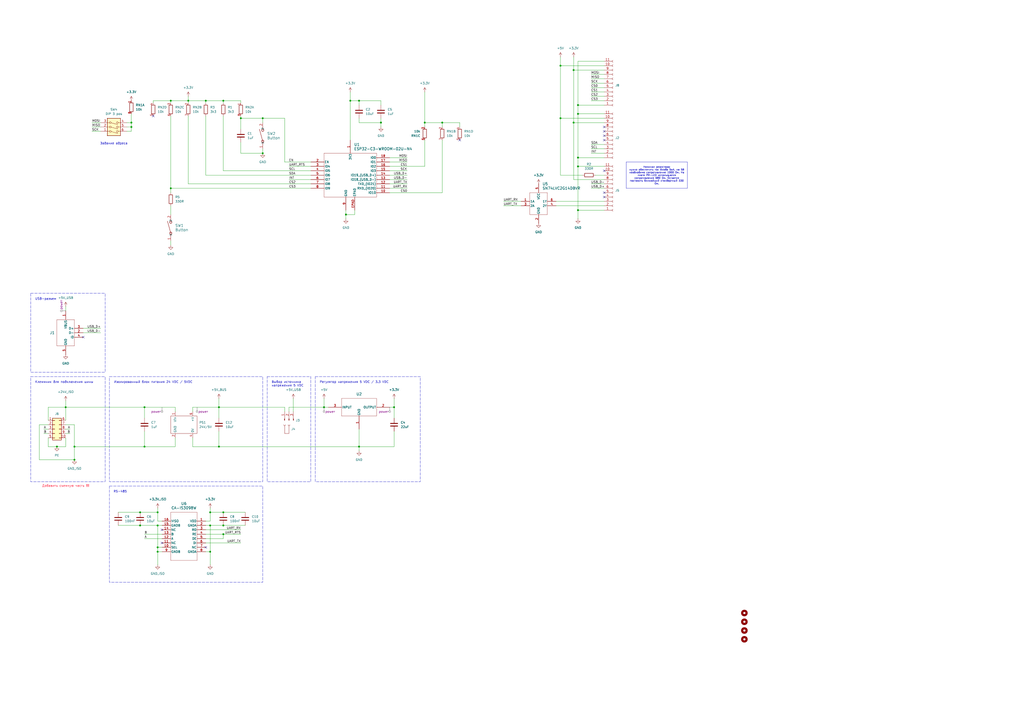
<source format=kicad_sch>
(kicad_sch (version 20231120) (generator "eeschema") (generator_version "8.0")
  (paper "A2")
  (title_block (title "${article} v${version}"))
  (junction (at 220.98 71.12))
  (junction (at 129.54 309.88))
  (junction (at 200.66 124.46))
  (junction (at 109.22 58.42))
  (junction (at 76.2 73.66))
  (junction (at 127 236.22))
  (junction (at 246.38 71.12))
  (junction (at 129.54 304.8))
  (junction (at 335.28 66.04))
  (junction (at 256.54 71.12))
  (junction (at 325.12 38.1))
  (junction (at 335.28 96.52))
  (junction (at 325.12 68.58))
  (junction (at 152.4 68.58))
  (junction (at 139.7 68.58))
  (junction (at 208.28 58.42))
  (junction (at 208.28 259.08))
  (junction (at 99.06 109.22))
  (junction (at 121.92 304.8))
  (junction (at 129.54 58.42))
  (junction (at 127 259.08))
  (junction (at 91.44 317.5))
  (junction (at 91.44 304.8))
  (junction (at 81.28 304.8))
  (junction (at 121.92 297.18))
  (junction (at 76.2 71.12))
  (junction (at 91.44 297.18))
  (junction (at 38.1 236.22))
  (junction (at 332.74 40.64))
  (junction (at 332.74 71.12))
  (junction (at 335.28 121.92))
  (junction (at 43.18 259.08))
  (junction (at 152.4 88.9))
  (junction (at 187.96 236.22))
  (junction (at 81.28 297.18))
  (junction (at 119.38 58.42))
  (junction (at 203.2 58.42))
  (junction (at 83.82 259.08))
  (junction (at 83.82 236.22))
  (junction (at 335.28 60.96))
  (junction (at 99.06 58.42))
  (junction (at 91.44 320.04))
  (junction (at 33.02 259.08))
  (junction (at 335.28 91.44))
  (junction (at 43.18 266.7))
  (junction (at 129.54 297.18))
  (junction (at 228.6 236.22))
  (junction (at 121.92 320.04))
  (no_connect (at 350.52 78.74))
  (no_connect (at 266.7 81.28))
  (no_connect (at 350.52 73.66))
  (no_connect (at 350.52 81.28))
  (no_connect (at 350.52 99.06))
  (no_connect (at 350.52 111.76))
  (no_connect (at 88.9 67.31))
  (no_connect (at 93.98 307.34))
  (no_connect (at 350.52 114.3))
  (no_connect (at 119.38 317.5))
  (no_connect (at 350.52 76.2))
  (no_connect (at 93.98 314.96))
  (no_connect (at 48.26 195.58))
  (wire (pts (xy 332.74 40.64) (xy 350.52 40.64)))
  (wire (pts (xy 203.2 53.34) (xy 203.2 58.42)))
  (wire (pts (xy 38.1 236.22) (xy 83.82 236.22)))
  (wire (pts (xy 38.1 259.08) (xy 38.1 254)))
  (wire (pts (xy 27.94 254) (xy 27.94 259.08)))
  (wire (pts (xy 200.66 124.46) (xy 200.66 127)))
  (wire (pts (xy 266.7 73.66) (xy 266.7 71.12)))
  (wire (pts (xy 38.1 251.46) (xy 40.64 251.46)))
  (wire (pts (xy 325.12 68.58) (xy 325.12 101.6)))
  (wire (pts (xy 205.74 121.92) (xy 205.74 124.46)))
  (wire (pts (xy 139.7 58.42) (xy 139.7 59.69)))
  (wire (pts (xy 53.34 76.2) (xy 58.42 76.2)))
  (wire (pts (xy 121.92 304.8) (xy 129.54 304.8)))
  (wire (pts (xy 325.12 38.1) (xy 325.12 68.58)))
  (wire (pts (xy 342.9 50.8) (xy 350.52 50.8)))
  (wire (pts (xy 208.28 259.08) (xy 208.28 248.92)))
  (wire (pts (xy 73.66 73.66) (xy 76.2 73.66)))
  (wire (pts (xy 43.18 259.08) (xy 83.82 259.08)))
  (wire (pts (xy 129.54 67.31) (xy 129.54 99.06)))
  (wire (pts (xy 127 236.22) (xy 165.1 236.22)))
  (wire (pts (xy 342.9 88.9) (xy 350.52 88.9)))
  (wire (pts (xy 73.66 71.12) (xy 76.2 71.12)))
  (wire (pts (xy 91.44 302.26) (xy 91.44 297.18)))
  (wire (pts (xy 152.4 68.58) (xy 152.4 71.12)))
  (wire (pts (xy 322.58 119.38) (xy 350.52 119.38)))
  (wire (pts (xy 246.38 71.12) (xy 246.38 73.66)))
  (wire (pts (xy 139.7 68.58) (xy 139.7 74.93)))
  (wire (pts (xy 139.7 88.9) (xy 152.4 88.9)))
  (wire (pts (xy 226.06 111.76) (xy 256.54 111.76)))
  (wire (pts (xy 208.28 68.58) (xy 208.28 71.12)))
  (wire (pts (xy 342.9 106.68) (xy 350.52 106.68)))
  (wire (pts (xy 335.28 96.52) (xy 335.28 91.44)))
  (wire (pts (xy 226.06 106.68) (xy 236.22 106.68)))
  (wire (pts (xy 335.28 60.96) (xy 335.28 66.04)))
  (wire (pts (xy 83.82 259.08) (xy 101.6 259.08)))
  (wire (pts (xy 167.64 236.22) (xy 187.96 236.22)))
  (wire (pts (xy 322.58 116.84) (xy 350.52 116.84)))
  (wire (pts (xy 246.38 81.28) (xy 246.38 96.52)))
  (wire (pts (xy 119.38 67.31) (xy 119.38 101.6)))
  (wire (pts (xy 332.74 71.12) (xy 350.52 71.12)))
  (wire (pts (xy 121.92 302.26) (xy 119.38 302.26)))
  (wire (pts (xy 83.82 250.19) (xy 83.82 259.08)))
  (wire (pts (xy 93.98 304.8) (xy 91.44 304.8)))
  (wire (pts (xy 342.9 48.26) (xy 350.52 48.26)))
  (wire (pts (xy 83.82 242.57) (xy 83.82 236.22)))
  (wire (pts (xy 127 250.19) (xy 127 259.08)))
  (wire (pts (xy 99.06 119.38) (xy 99.06 124.46)))
  (wire (pts (xy 68.58 304.8) (xy 81.28 304.8)))
  (wire (pts (xy 101.6 254) (xy 101.6 259.08)))
  (wire (pts (xy 99.06 58.42) (xy 109.22 58.42)))
  (wire (pts (xy 88.9 59.69) (xy 88.9 58.42)))
  (wire (pts (xy 111.76 259.08) (xy 127 259.08)))
  (wire (pts (xy 121.92 297.18) (xy 129.54 297.18)))
  (wire (pts (xy 139.7 67.31) (xy 139.7 68.58)))
  (wire (pts (xy 350.52 60.96) (xy 335.28 60.96)))
  (wire (pts (xy 25.4 248.92) (xy 27.94 248.92)))
  (wire (pts (xy 68.58 297.18) (xy 81.28 297.18)))
  (wire (pts (xy 99.06 59.69) (xy 99.06 58.42)))
  (wire (pts (xy 129.54 99.06) (xy 180.34 99.06)))
  (wire (pts (xy 48.26 193.04) (xy 58.42 193.04)))
  (wire (pts (xy 91.44 302.26) (xy 93.98 302.26)))
  (wire (pts (xy 342.9 53.34) (xy 350.52 53.34)))
  (wire (pts (xy 109.22 58.42) (xy 119.38 58.42)))
  (wire (pts (xy 48.26 190.5) (xy 58.42 190.5)))
  (wire (pts (xy 111.76 238.76) (xy 111.76 236.22)))
  (wire (pts (xy 203.2 58.42) (xy 203.2 81.28)))
  (wire (pts (xy 208.28 261.62) (xy 208.28 259.08)))
  (wire (pts (xy 208.28 71.12) (xy 220.98 71.12)))
  (wire (pts (xy 121.92 294.64) (xy 121.92 297.18)))
  (wire (pts (xy 152.4 68.58) (xy 165.1 68.58)))
  (wire (pts (xy 83.82 312.42) (xy 93.98 312.42)))
  (wire (pts (xy 99.06 139.7) (xy 99.06 142.24)))
  (wire (pts (xy 99.06 109.22) (xy 99.06 67.31)))
  (wire (pts (xy 325.12 33.02) (xy 325.12 38.1)))
  (wire (pts (xy 109.22 67.31) (xy 109.22 106.68)))
  (wire (pts (xy 91.44 320.04) (xy 93.98 320.04)))
  (wire (pts (xy 43.18 246.38) (xy 43.18 259.08)))
  (wire (pts (xy 129.54 304.8) (xy 142.24 304.8)))
  (wire (pts (xy 22.86 246.38) (xy 22.86 266.7)))
  (wire (pts (xy 228.6 236.22) (xy 228.6 242.57)))
  (wire (pts (xy 27.94 259.08) (xy 33.02 259.08)))
  (wire (pts (xy 119.38 312.42) (xy 129.54 312.42)))
  (wire (pts (xy 200.66 121.92) (xy 200.66 124.46)))
  (wire (pts (xy 203.2 58.42) (xy 208.28 58.42)))
  (wire (pts (xy 220.98 58.42) (xy 220.98 60.96)))
  (wire (pts (xy 111.76 236.22) (xy 127 236.22)))
  (wire (pts (xy 127 259.08) (xy 208.28 259.08)))
  (wire (pts (xy 350.52 121.92) (xy 335.28 121.92)))
  (wire (pts (xy 81.28 304.8) (xy 91.44 304.8)))
  (wire (pts (xy 228.6 259.08) (xy 208.28 259.08)))
  (wire (pts (xy 121.92 304.8) (xy 121.92 320.04)))
  (wire (pts (xy 38.1 243.84) (xy 38.1 236.22)))
  (wire (pts (xy 119.38 304.8) (xy 121.92 304.8)))
  (wire (pts (xy 101.6 236.22) (xy 83.82 236.22)))
  (wire (pts (xy 38.1 232.41) (xy 38.1 236.22)))
  (wire (pts (xy 226.06 91.44) (xy 236.22 91.44)))
  (wire (pts (xy 208.28 58.42) (xy 220.98 58.42)))
  (wire (pts (xy 119.38 307.34) (xy 139.7 307.34)))
  (wire (pts (xy 99.06 109.22) (xy 99.06 111.76)))
  (wire (pts (xy 152.4 86.36) (xy 152.4 88.9)))
  (wire (pts (xy 91.44 317.5) (xy 91.44 320.04)))
  (wire (pts (xy 342.9 58.42) (xy 350.52 58.42)))
  (wire (pts (xy 256.54 71.12) (xy 266.7 71.12)))
  (wire (pts (xy 76.2 66.04) (xy 76.2 71.12)))
  (wire (pts (xy 220.98 71.12) (xy 220.98 73.66)))
  (wire (pts (xy 200.66 124.46) (xy 205.74 124.46)))
  (wire (pts (xy 337.82 101.6) (xy 325.12 101.6)))
  (wire (pts (xy 27.94 243.84) (xy 27.94 236.22)))
  (wire (pts (xy 165.1 68.58) (xy 165.1 93.98)))
  (wire (pts (xy 121.92 320.04) (xy 119.38 320.04)))
  (wire (pts (xy 91.44 304.8) (xy 91.44 317.5)))
  (wire (pts (xy 228.6 236.22) (xy 228.6 231.14)))
  (wire (pts (xy 119.38 101.6) (xy 180.34 101.6)))
  (wire (pts (xy 226.06 99.06) (xy 236.22 99.06)))
  (wire (pts (xy 109.22 106.68) (xy 180.34 106.68)))
  (wire (pts (xy 129.54 58.42) (xy 139.7 58.42)))
  (wire (pts (xy 81.28 297.18) (xy 91.44 297.18)))
  (wire (pts (xy 119.38 58.42) (xy 119.38 59.69)))
  (wire (pts (xy 53.34 71.12) (xy 58.42 71.12)))
  (wire (pts (xy 121.92 320.04) (xy 121.92 327.66)))
  (wire (pts (xy 342.9 55.88) (xy 350.52 55.88)))
  (wire (pts (xy 83.82 309.88) (xy 93.98 309.88)))
  (wire (pts (xy 292.1 116.84) (xy 302.26 116.84)))
  (wire (pts (xy 335.28 66.04) (xy 335.28 91.44)))
  (wire (pts (xy 27.94 246.38) (xy 22.86 246.38)))
  (wire (pts (xy 246.38 71.12) (xy 256.54 71.12)))
  (wire (pts (xy 129.54 58.42) (xy 129.54 59.69)))
  (wire (pts (xy 332.74 40.64) (xy 332.74 71.12)))
  (wire (pts (xy 53.34 73.66) (xy 58.42 73.66)))
  (wire (pts (xy 226.06 109.22) (xy 236.22 109.22)))
  (wire (pts (xy 127 242.57) (xy 127 236.22)))
  (wire (pts (xy 246.38 53.34) (xy 246.38 71.12)))
  (wire (pts (xy 228.6 250.19) (xy 228.6 259.08)))
  (wire (pts (xy 187.96 236.22) (xy 190.5 236.22)))
  (wire (pts (xy 170.18 231.14) (xy 170.18 238.76)))
  (wire (pts (xy 332.74 33.02) (xy 332.74 40.64)))
  (wire (pts (xy 342.9 83.82) (xy 350.52 83.82)))
  (wire (pts (xy 139.7 68.58) (xy 152.4 68.58)))
  (wire (pts (xy 27.94 236.22) (xy 38.1 236.22)))
  (wire (pts (xy 332.74 104.14) (xy 350.52 104.14)))
  (wire (pts (xy 350.52 35.56) (xy 335.28 35.56)))
  (wire (pts (xy 109.22 58.42) (xy 109.22 59.69)))
  (wire (pts (xy 38.1 177.8) (xy 38.1 180.34)))
  (wire (pts (xy 38.1 246.38) (xy 43.18 246.38)))
  (wire (pts (xy 76.2 73.66) (xy 76.2 76.2)))
  (wire (pts (xy 119.38 309.88) (xy 129.54 309.88)))
  (wire (pts (xy 73.66 76.2) (xy 76.2 76.2)))
  (wire (pts (xy 335.28 96.52) (xy 350.52 96.52)))
  (wire (pts (xy 335.28 35.56) (xy 335.28 60.96)))
  (wire (pts (xy 33.02 259.08) (xy 38.1 259.08)))
  (wire (pts (xy 325.12 38.1) (xy 350.52 38.1)))
  (wire (pts (xy 335.28 121.92) (xy 335.28 127)))
  (wire (pts (xy 121.92 297.18) (xy 121.92 302.26)))
  (wire (pts (xy 226.06 96.52) (xy 246.38 96.52)))
  (wire (pts (xy 226.06 101.6) (xy 236.22 101.6)))
  (wire (pts (xy 335.28 66.04) (xy 350.52 66.04)))
  (wire (pts (xy 88.9 58.42) (xy 99.06 58.42)))
  (wire (pts (xy 76.2 71.12) (xy 76.2 73.66)))
  (wire (pts (xy 127 231.14) (xy 127 236.22)))
  (wire (pts (xy 111.76 254) (xy 111.76 259.08)))
  (wire (pts (xy 129.54 309.88) (xy 139.7 309.88)))
  (wire (pts (xy 101.6 238.76) (xy 101.6 236.22)))
  (wire (pts (xy 165.1 236.22) (xy 165.1 238.76)))
  (wire (pts (xy 256.54 73.66) (xy 256.54 71.12)))
  (wire (pts (xy 292.1 119.38) (xy 302.26 119.38)))
  (wire (pts (xy 342.9 45.72) (xy 350.52 45.72)))
  (wire (pts (xy 342.9 43.18) (xy 350.52 43.18)))
  (wire (pts (xy 38.1 248.92) (xy 40.64 248.92)))
  (wire (pts (xy 342.9 109.22) (xy 350.52 109.22)))
  (wire (pts (xy 226.06 236.22) (xy 228.6 236.22)))
  (wire (pts (xy 91.44 294.64) (xy 91.44 297.18)))
  (wire (pts (xy 167.64 238.76) (xy 167.64 236.22)))
  (wire (pts (xy 350.52 101.6) (xy 345.44 101.6)))
  (wire (pts (xy 226.06 104.14) (xy 236.22 104.14)))
  (wire (pts (xy 335.28 121.92) (xy 335.28 96.52)))
  (wire (pts (xy 22.86 266.7) (xy 43.18 266.7)))
  (wire (pts (xy 208.28 60.96) (xy 208.28 58.42)))
  (wire (pts (xy 109.22 55.88) (xy 109.22 58.42)))
  (wire (pts (xy 119.38 58.42) (xy 129.54 58.42)))
  (wire (pts (xy 335.28 91.44) (xy 350.52 91.44)))
  (wire (pts (xy 187.96 231.14) (xy 187.96 236.22)))
  (wire (pts (xy 332.74 104.14) (xy 332.74 71.12)))
  (wire (pts (xy 256.54 81.28) (xy 256.54 111.76)))
  (wire (pts (xy 167.64 96.52) (xy 180.34 96.52)))
  (wire (pts (xy 226.06 93.98) (xy 236.22 93.98)))
  (wire (pts (xy 139.7 82.55) (xy 139.7 88.9)))
  (wire (pts (xy 129.54 309.88) (xy 129.54 312.42)))
  (wire (pts (xy 129.54 297.18) (xy 142.24 297.18)))
  (wire (pts (xy 119.38 314.96) (xy 139.7 314.96)))
  (wire (pts (xy 25.4 251.46) (xy 27.94 251.46)))
  (wire (pts (xy 325.12 68.58) (xy 350.52 68.58)))
  (wire (pts (xy 342.9 86.36) (xy 350.52 86.36)))
  (wire (pts (xy 165.1 93.98) (xy 180.34 93.98)))
  (wire (pts (xy 43.18 259.08) (xy 43.18 266.7)))
  (wire (pts (xy 91.44 317.5) (xy 93.98 317.5)))
  (wire (pts (xy 99.06 109.22) (xy 180.34 109.22)))
  (wire (pts (xy 167.64 104.14) (xy 180.34 104.14)))
  (wire (pts (xy 220.98 68.58) (xy 220.98 71.12)))
  (wire (pts (xy 91.44 320.04) (xy 91.44 327.66)))
  (rectangle (start 17.78 218.44) (end 60.96 279.4) (stroke (width 0) (type dash)))
  (rectangle (start 17.78 170.18) (end 60.96 215.9) (stroke (width 0) (type dash)))
  (rectangle (start 182.88 218.44) (end 243.84 279.4) (stroke (width 0) (type dash)))
  (rectangle (start 154.94 218.44) (end 180.34 279.4) (stroke (width 0) (type dash)))
  (rectangle (start 63.5 281.94) (end 152.4 337.82) (stroke (width 0) (type dash)))
  (rectangle (start 63.5 218.44) (end 152.4 279.4) (stroke (width 0) (type dash)))
  (text_box "Номинал резистора:\nнужно обеспечить ток диода 5мА, на 5В необходимо сопротивление 1000 Ом. На плате PM-LED используются сопротивления 680 Ом. Остается поставить ближайший стандартный 330 Ом." (at 363.22 93.98 0) (size 35.56 15.24) (effects (font (size 1 1))))
  (text "USB-разъем" (at 20.32 172.72 0) (effects (font (size 1.27 1.27)) (justify left top)))
  (text "Задание адреса" (at 66.04 83.312 0) (effects (font (size 1.27 1.27))))
  (text "RS-485" (at 73.66 284.48 0) (effects (font (size 1.27 1.27)) (justify right top)))
  (text "Регулятор напряжения 5 VDC / 3.3 VDC" (at 185.42 220.98 0) (effects (font (size 1.27 1.27)) (justify left top)))
  (text "Добавить съемную часть !!!" (at 38.1 281.94 0) (effects (font (size 1.27 1.27))))
  (text "Изолированный блок питания 24 VDC / 5VDC" (at 66.04 220.98 0) (effects (font (size 1.27 1.27)) (justify left top)))
  (text "Выбор источника \nнапряжения 5 VDC" (at 157.48 220.98 0) (effects (font (size 1.27 1.27)) (justify left top)))
  (text "Клеммник для подключения шины" (at 20.32 220.98 0) (effects (font (size 1.27 1.27)) (justify left top)))
  (label "SDA" (at 342.9 83.82 0))
  (label "USB_D+" (at 58.42 190.5 180))
  (label "CS2" (at 167.64 106.68 0))
  (label "USB_D-" (at 58.42 193.04 180))
  (label "A" (at 40.64 248.92 180))
  (label "CS0" (at 236.22 111.76 180))
  (label "CS1" (at 236.22 96.52 180))
  (label "SCK" (at 53.34 76.2 0))
  (label "CS1" (at 342.9 53.34 0))
  (label "CS2" (at 342.9 55.88 0))
  (label "MISO" (at 53.34 73.66 0))
  (label "SCK" (at 236.22 99.06 180))
  (label "MOSI" (at 342.9 43.18 0))
  (label "B" (at 83.82 309.88 0))
  (label "SCL" (at 342.9 86.36 0))
  (label "CS0" (at 342.9 50.8 0))
  (label "A" (at 83.82 312.42 0))
  (label "UART_RTS" (at 139.7 309.88 180))
  (label "SCK" (at 342.9 48.26 0))
  (label "USB_D+" (at 342.9 109.22 0))
  (label "UART_TX" (at 139.7 314.96 180))
  (label "UART_RX" (at 139.7 307.34 180))
  (label "INT" (at 342.9 88.9 0))
  (label "A" (at 25.4 248.92 0))
  (label "USB_D-" (at 236.22 104.14 180))
  (label "SCL" (at 167.64 99.06 0))
  (label "USB_D+" (at 236.22 101.6 180))
  (label "MISO" (at 342.9 45.72 0))
  (label "CS3" (at 342.9 58.42 0))
  (label "MISO" (at 236.22 93.98 180))
  (label "SDA" (at 167.64 101.6 0))
  (label "UART_TX" (at 292.1 119.38 0))
  (label "UART_RX" (at 236.22 109.22 180))
  (label "CS3" (at 167.64 109.22 0))
  (label "EN" (at 167.64 93.98 0))
  (label "B" (at 25.4 251.46 0))
  (label "MOSI" (at 53.34 71.12 0))
  (label "UART_RX" (at 292.1 116.84 0))
  (label "MOSI" (at 236.22 91.44 180))
  (label "B" (at 40.64 251.46 180))
  (label "UART_TX" (at 236.22 106.68 180))
  (label "INT" (at 167.64 104.14 0))
  (label "USB_D-" (at 342.9 106.68 0))
  (label "UART_RTS" (at 167.64 96.52 0))
  (netclass_flag "" (length 2.54) (shape round) (at 226.06 236.22 180) (property "Netclass" "power" (at 225.3615 238.76 0) (effects (font (italic yes)) (justify right))))
  (netclass_flag "" (length 2.54) (shape round) (at 38.1 180.34 90) (property "Netclass" "power" (at 35.56 179.6415 90) (effects (font (italic yes)) (justify left))))
  (netclass_flag "" (length 2.54) (shape round) (at 93.98 236.22 180) (property "Netclass" "power" (at 93.2815 238.76 0) (effects (font (italic yes)) (justify right))))
  (netclass_flag "" (length 2.54) (shape round) (at 114.3 236.22 180) (property "Netclass" "power" (at 114.9985 238.76 0) (effects (font (italic yes)) (justify left))))
  (netclass_flag "" (length 2.54) (shape round) (at 187.96 236.22 180) (property "Netclass" "power" (at 188.6585 238.76 0) (effects (font (italic yes)) (justify left))))
  (symbol (lib_id "power:+5V") (at 170.18 231.14 0) (mirror y) (unit 1)
    (property "Reference" "#PWR020" (effects (hide yes)))
    (property "Value" "+5V_USB" (at 170.18 226.06 0))
    (property "Description" "Power symbol creates a global label with name \"+5V\"" (effects (hide yes)))
  )
  (symbol (lib_id "kicad_inventree_lib:DA-03BLP") (at 66.04 73.66 0) (mirror x) (unit 1)
    (property "Reference" "SW4" (at 66.04 63.5 0))
    (property "Value" "DIP 3 pos" (at 66.04 66.04 0))
    (property "Footprint" "kicad_inventree_lib:DA03BLP" (effects (hide yes)))
    (property "Datasheet" "http://inventree.network/part/175/" (effects (hide yes)))
    (property "Description" "3 positions SPST 24V Blue 25mA 3000 Times Flat Toggle, Raised Style Plugin DIP Switches" (effects (hide yes)))
    (property "part_ipn" "DA-03BLP" (effects (hide yes)))
  )
  (symbol (lib_id "kicad_inventree_lib: C_1uF_16V_0603_MLCC-X7R ") (at 220.98 64.77 0) (unit 1)
    (property "Reference" "C5" (at 224.79 63.4999 0) (effects (justify left)))
    (property "Value" "1uF" (at 224.79 66.0399 0) (effects (justify left)))
    (property "Footprint" "Capacitor_SMD:C_0603_1608Metric" (effects (hide yes)))
    (property "Datasheet" "http://inventree.network/part/227/" (effects (hide yes)))
    (property "Description" "Unpolarized capacitor" (effects (hide yes)))
    (property "part_ipn" " C_1uF_16V_0603_MLCC-X7R " (effects (hide yes)))
  )
  (symbol (lib_id "kicad_inventree_lib:TS-1088-AR02016") (at 152.4 86.36 90) (unit 1)
    (property "Reference" "SW2" (at 154.94 77.4699 90) (effects (font (size 1.524 1.524)) (justify right)))
    (property "Value" "Button" (at 154.94 80.0099 90) (effects (font (size 1.524 1.524)) (justify right)))
    (property "Footprint" "kicad_inventree_lib:SW_TS-1088_XNP-M" (effects (hide yes)))
    (property "Datasheet" "http://inventree.network/part/139/" (effects (hide yes)))
    (property "part_ipn" "TS-1088-AR02016 " (effects (hide yes)))
  )
  (symbol (lib_id "power:+3.3V") (at 312.42 106.68 0) (unit 1)
    (property "Reference" "#PWR029" (effects (hide yes)))
    (property "Value" "+3.3V" (at 312.42 101.6 0))
    (property "Description" "Power symbol creates a global label with name \"+3.3V\"" (effects (hide yes)))
  )
  (symbol (lib_id "kicad_inventree_lib:R_3k3_0603_1%") (at 129.54 63.5 0) (unit 1)
    (property "Reference" "R1" (at 132.08 62.2299 0) (effects (justify left)))
    (property "Value" "3k3" (at 132.08 64.7699 0) (effects (justify left)))
    (property "Footprint" "Resistor_SMD:R_0603_1608Metric" (effects (hide yes)))
    (property "Datasheet" "http://inventree.network/part/234/" (effects (hide yes)))
    (property "Description" "Resistor" (effects (hide yes)))
    (property "part_ipn" "R_3k3_0603_1%" (effects (hide yes)))
  )
  (symbol (lib_id "kicad_inventree_lib:R_10k_0603x4_1%") (at 246.38 77.47 180) (unit 3)
    (property "Reference" "RN1" (at 243.84 78.7401 0) (effects (justify left)))
    (property "Value" "10k" (at 243.84 76.2001 0) (effects (justify left)))
    (property "Footprint" "Resistor_SMD:R_Array_Convex_4x0603" (effects (hide yes)))
    (property "Datasheet" "http://inventree.network/part/233/" (effects (hide yes)))
    (property "Description" "4 resistor network, parallel topology, split" (effects (hide yes)))
    (property "part_ipn" "R_10k_0603x4_1%" (effects (hide yes)))
  )
  (symbol (lib_id "power:+3.3V") (at 76.2 58.42 0) (unit 1)
    (property "Reference" "#PWR012" (effects (hide yes)))
    (property "Value" "+3.3V" (at 76.2 53.34 0))
    (property "Description" "Power symbol creates a global label with name \"+3.3V\"" (effects (hide yes)))
  )
  (symbol (lib_id "power:GND") (at 220.98 73.66 0) (unit 1)
    (property "Reference" "#PWR010" (effects (hide yes)))
    (property "Value" "GND" (at 220.98 78.74 0))
    (property "Description" "Power symbol creates a global label with name \"GND\" , ground" (effects (hide yes)))
  )
  (symbol (lib_id "power:GND") (at 33.02 259.08 0) (mirror y) (unit 1)
    (property "Reference" "#PWR017" (effects (hide yes)))
    (property "Value" "PE" (at 33.02 264.16 0))
    (property "Description" "Power symbol creates a global label with name \"GND\" , ground" (effects (hide yes)))
  )
  (symbol (lib_id "power:+5V") (at 325.12 33.02 0) (unit 1)
    (property "Reference" "#PWR03" (effects (hide yes)))
    (property "Value" "+5V" (at 325.12 27.94 0))
    (property "Description" "Power symbol creates a global label with name \"+5V\"" (effects (hide yes)))
  )
  (symbol (lib_id "kicad_inventree_lib:B2405LS-1WR3") (at 106.68 241.3 0) (unit 1)
    (property "Reference" "PS1" (at 115.57 245.1099 0) (effects (justify left)))
    (property "Value" "24V/5V" (at 115.57 247.6499 0) (effects (justify left)))
    (property "Footprint" "kicad_inventree_lib:B2405LS-1WR3" (effects (hide yes)))
    (property "Datasheet" "http://inventree.network/part/220/" (effects (hide yes)))
    (property "part_ipn" "B2405LS-1WR3" (effects (hide yes)))
  )
  (symbol (lib_id "kicad_inventree_lib:R_10k_0603x4_1%") (at 109.22 63.5 180) (unit 2)
    (property "Reference" "RN2" (at 111.76 62.2299 0) (effects (justify right)))
    (property "Value" "10k" (at 111.76 64.7699 0) (effects (justify right)))
    (property "Footprint" "Resistor_SMD:R_Array_Convex_4x0603" (effects (hide yes)))
    (property "Datasheet" "http://inventree.network/part/233/" (effects (hide yes)))
    (property "Description" "4 resistor network, parallel topology, split" (effects (hide yes)))
    (property "part_ipn" "R_10k_0603x4_1%" (effects (hide yes)))
  )
  (symbol (lib_id "power:GND") (at 121.92 327.66 0) (mirror y) (unit 1)
    (property "Reference" "#PWR027" (effects (hide yes)))
    (property "Value" "GND" (at 121.92 332.74 0))
    (property "Description" "Power symbol creates a global label with name \"GND\" , ground" (effects (hide yes)))
  )
  (symbol (lib_id "kicad_inventree_lib:R_330R_0603_1%") (at 341.63 101.6 90) (unit 1)
    (property "Reference" "R2" (at 341.63 95.25 90))
    (property "Value" "330R" (at 341.63 97.79 90))
    (property "Footprint" "Resistor_SMD:R_0603_1608Metric" (effects (hide yes)))
    (property "Datasheet" "http://inventree.network/part/235/" (effects (hide yes)))
    (property "Description" "Resistor" (effects (hide yes)))
    (property "part_ipn" "R_330R_0603_1%" (effects (hide yes)))
  )
  (symbol (lib_id "power:+5V") (at 38.1 177.8 0) (mirror y) (unit 1)
    (property "Reference" "#PWR018" (effects (hide yes)))
    (property "Value" "+5V_USB" (at 38.1 172.72 0))
    (property "Description" "Power symbol creates a global label with name \"+5V\"" (effects (hide yes)))
  )
  (symbol (lib_id "kicad_inventree_lib:MountingHole_M2") (at 431.8 365.76 0) (unit 1) (exclude_from_sim yes) (in_bom no)
    (property "Reference" "H3" (effects (hide yes)))
    (property "Value" "MountingHole_M2" (effects (hide yes)))
    (property "Footprint" "kicad_inventree_lib:MountingHole_M2" (effects (hide yes)))
    (property "Description" "Mounting Hole without connection" (effects (hide yes)))
  )
  (symbol (lib_id "kicad_inventree_lib:15EDGRHC-THR-3.5-10P") (at 33.02 251.46 0) (unit 1)
    (property "Reference" "J6" (at 33.02 240.03 0))
    (property "Value" "15EDGRHC-THR-3.5-10P" (effects (hide yes)))
    (property "Footprint" "kicad_inventree_lib:15EDGRHC-THR-3.5-10P" (effects (hide yes)))
    (property "Datasheet" "http://inventree.network/part/232/" (effects (hide yes)))
    (property "Description" "Generic connector, double row, 02x05, odd/even pin numbering scheme (row 1 odd numbers, row 2 even numbers), script generated (kicad-library-utils/schlib/autogen/connector/)" (effects (hide yes)))
    (property "part_ipn" "15EDGRHC-THR-3.5-10P" (effects (hide yes)))
  )
  (symbol (lib_id "kicad_inventree_lib:MountingHole_M2") (at 431.8 370.84 0) (unit 1) (exclude_from_sim yes) (in_bom no)
    (property "Reference" "H4" (effects (hide yes)))
    (property "Value" "MountingHole_M2" (effects (hide yes)))
    (property "Footprint" "kicad_inventree_lib:MountingHole_M2" (effects (hide yes)))
    (property "Description" "Mounting Hole without connection" (effects (hide yes)))
  )
  (symbol (lib_id "kicad_inventree_lib:TS-1088-AR02016") (at 99.06 139.7 90) (unit 1)
    (property "Reference" "SW1" (at 101.6 130.8099 90) (effects (font (size 1.524 1.524)) (justify right)))
    (property "Value" "Button" (at 101.6 133.3499 90) (effects (font (size 1.524 1.524)) (justify right)))
    (property "Footprint" "kicad_inventree_lib:SW_TS-1088_XNP-M" (effects (hide yes)))
    (property "Datasheet" "http://inventree.network/part/139/" (effects (hide yes)))
    (property "part_ipn" "TS-1088-AR02016 " (effects (hide yes)))
  )
  (symbol (lib_id "power:GND") (at 152.4 88.9 0) (unit 1)
    (property "Reference" "#PWR09" (effects (hide yes)))
    (property "Value" "GND" (at 152.4 93.98 0))
    (property "Description" "Power symbol creates a global label with name \"GND\" , ground" (effects (hide yes)))
  )
  (symbol (lib_id "kicad_inventree_lib:C_22uF_16V_0603_MLCC-X5R") (at 228.6 246.38 0) (unit 1)
    (property "Reference" "C4" (at 232.41 245.1099 0) (effects (justify left)))
    (property "Value" "22uF" (at 232.41 247.6499 0) (effects (justify left)))
    (property "Footprint" "Capacitor_SMD:C_0603_1608Metric" (effects (hide yes)))
    (property "Description" "Unpolarized capacitor" (effects (hide yes)))
    (property "part_ipn" "C_22uF_16V_0603_MLCC-X5R" (effects (hide yes)))
  )
  (symbol (lib_name "AFA07-S10FCC-00_2") (lib_id "kicad_inventree_lib:AFA07-S10FCC-00") (at 355.6 81.28 0) (mirror x) (unit 1)
    (property "Reference" "J2" (at 356.87 80.0101 0) (effects (justify left)))
    (property "Value" "AFA07-S10FCC-00" (effects (hide yes)))
    (property "Footprint" "kicad_inventree_lib:CONN10_AFA07-S10_JUS" (effects (hide yes)))
    (property "Datasheet" "http://inventree.network/part/170/" (effects (hide yes)))
    (property "Description" "Generic connector, single row, 01x10, script generated" (effects (hide yes)))
    (property "part_ipn" "AFA07-S10FCC-00" (effects (hide yes)))
  )
  (symbol (lib_id "power:+3.3V") (at 332.74 33.02 0) (unit 1)
    (property "Reference" "#PWR04" (effects (hide yes)))
    (property "Value" "+3.3V" (at 332.74 27.94 0))
    (property "Description" "Power symbol creates a global label with name \"+3.3V\"" (effects (hide yes)))
  )
  (symbol (lib_id "kicad_inventree_lib:R_10k_0603x4_1%") (at 99.06 63.5 180) (unit 3)
    (property "Reference" "RN2" (at 101.6 62.2299 0) (effects (justify right)))
    (property "Value" "10k" (at 101.6 64.7699 0) (effects (justify right)))
    (property "Footprint" "Resistor_SMD:R_Array_Convex_4x0603" (effects (hide yes)))
    (property "Datasheet" "http://inventree.network/part/233/" (effects (hide yes)))
    (property "Description" "4 resistor network, parallel topology, split" (effects (hide yes)))
    (property "part_ipn" "R_10k_0603x4_1%" (effects (hide yes)))
  )
  (symbol (lib_id "kicad_inventree_lib:C_10uF_16V_0603_MLCC-X5R") (at 208.28 64.77 0) (unit 1)
    (property "Reference" "C2" (at 212.09 63.4999 0) (effects (justify left)))
    (property "Value" "10uF" (at 212.09 66.0399 0) (effects (justify left)))
    (property "Footprint" "Capacitor_SMD:C_0603_1608Metric" (effects (hide yes)))
    (property "Datasheet" "http://inventree.network/part/228/" (effects (hide yes)))
    (property "Description" "Unpolarized capacitor" (effects (hide yes)))
    (property "part_ipn" "C_10uF_16V_0603_MLCC-X5R" (effects (hide yes)))
  )
  (symbol (lib_id "kicad_inventree_lib:C_10uF_16V_0603_MLCC-X5R") (at 81.28 300.99 0) (unit 1)
    (property "Reference" "C6" (at 85.09 299.7199 0) (effects (justify left)))
    (property "Value" "10uF" (at 85.09 302.2599 0) (effects (justify left)))
    (property "Footprint" "Capacitor_SMD:C_0603_1608Metric" (effects (hide yes)))
    (property "Datasheet" "http://inventree.network/part/228/" (effects (hide yes)))
    (property "Description" "Unpolarized capacitor" (effects (hide yes)))
    (property "part_ipn" "C_10uF_16V_0603_MLCC-X5R" (effects (hide yes)))
  )
  (symbol (lib_id "kicad_inventree_lib:PinHeader_01x03_P2.54_THT_straight") (at 165.1 243.84 90) (unit 1)
    (property "Reference" "J3" (at 172.72 243.84 90))
    (property "Value" "PinHeader_01x03_P2.54_THT_straight" (effects (hide yes)))
    (property "Footprint" "Connector_PinHeader_2.54mm:PinHeader_1x03_P2.54mm_Vertical" (effects (hide yes)))
    (property "Description" "Generic connector, single row, 01x05, script generated" (effects (hide yes)))
    (property "part_ipn" "PinHeader_01x03_P2.54_THT_straight" (effects (hide yes)))
  )
  (symbol (lib_id "kicad_inventree_lib:XKG_U254-051T-4BH83-S1S") (at 38.1 185.42 0) (mirror y) (unit 1)
    (property "Reference" "J1" (at 31.75 193.0399 0) (effects (font (size 1.524 1.524)) (justify left)))
    (property "Value" "U254-051T-4BH83-S1S" (effects (hide yes)))
    (property "Footprint" "kicad_inventree_lib:CONN5_H83-S1S_XKB" (effects (hide yes)))
    (property "Datasheet" "http://inventree.network/part/136/" (effects (hide yes)))
    (property "part_ipn" "U254-051T-4BH83-S1S " (effects (hide yes)))
  )
  (symbol (lib_id "kicad_inventree_lib:CA-IS3098W") (at 106.68 297.18 0) (mirror y) (unit 1)
    (property "Reference" "U6" (at 106.68 292.1 0) (effects (font (size 1.524 1.524))))
    (property "Value" "CA-IS3098W" (at 106.68 294.64 0) (effects (font (size 1.524 1.524))))
    (property "Footprint" "kicad_inventree_lib:SOIC16-WBW_CLG-M" (effects (hide yes)))
    (property "Datasheet" "http://inventree.network/part/218/" (effects (hide yes)))
    (property "part_ipn" "CA-IS3098W" (effects (hide yes)))
  )
  (symbol (lib_id "kicad_inventree_lib:C_1uF_50V_0603_MLCC-X7R") (at 83.82 246.38 0) (unit 1)
    (property "Reference" "C7" (at 87.63 245.1099 0) (effects (justify left)))
    (property "Value" "1uF" (at 87.63 247.6499 0) (effects (justify left)))
    (property "Footprint" "Capacitor_SMD:C_0603_1608Metric" (effects (hide yes)))
    (property "Description" "Unpolarized capacitor" (effects (hide yes)))
    (property "part_ipn" "C_1uF_50V_0603_MLCC-X7R" (effects (hide yes)))
  )
  (symbol (lib_id "kicad_inventree_lib:C_10uF_16V_0603_MLCC-X5R") (at 142.24 300.99 0) (unit 1)
    (property "Reference" "C10" (at 146.05 299.7199 0) (effects (justify left)))
    (property "Value" "10uF" (at 146.05 302.2599 0) (effects (justify left)))
    (property "Footprint" "Capacitor_SMD:C_0603_1608Metric" (effects (hide yes)))
    (property "Datasheet" "http://inventree.network/part/228/" (effects (hide yes)))
    (property "Description" "Unpolarized capacitor" (effects (hide yes)))
    (property "part_ipn" "C_10uF_16V_0603_MLCC-X5R" (effects (hide yes)))
  )
  (symbol (lib_id "kicad_inventree_lib:SN74LVC2G14DBVR") (at 312.42 111.76 0) (unit 1)
    (property "Reference" "U5" (at 314.6141 106.68 0) (effects (font (size 1.524 1.524)) (justify left)))
    (property "Value" "SN74LVC2G14DBVR" (at 314.6141 109.22 0) (effects (font (size 1.524 1.524)) (justify left)))
    (property "Footprint" "kicad_inventree_lib:DBV6-M" (effects (hide yes)))
    (property "Datasheet" "http://inventree.network/part/216/" (effects (hide yes)))
    (property "part_ipn" "SN74LVC2G14DBVR" (effects (hide yes)))
  )
  (symbol (lib_id "power:+3.3V") (at 203.2 53.34 0) (unit 1)
    (property "Reference" "#PWR014" (effects (hide yes)))
    (property "Value" "+3.3V" (at 203.2 48.26 0))
    (property "Description" "Power symbol creates a global label with name \"+3.3V\"" (effects (hide yes)))
  )
  (symbol (lib_id "power:GND") (at 208.28 261.62 0) (mirror y) (unit 1)
    (property "Reference" "#PWR05" (effects (hide yes)))
    (property "Value" "GND" (at 208.28 266.7 0))
    (property "Description" "Power symbol creates a global label with name \"GND\" , ground" (effects (hide yes)))
  )
  (symbol (lib_id "kicad_inventree_lib:MountingHole_M2") (at 431.8 360.68 0) (unit 1) (exclude_from_sim yes) (in_bom no)
    (property "Reference" "H2" (effects (hide yes)))
    (property "Value" "MountingHole_M2" (effects (hide yes)))
    (property "Footprint" "kicad_inventree_lib:MountingHole_M2" (effects (hide yes)))
    (property "Description" "Mounting Hole without connection" (effects (hide yes)))
  )
  (symbol (lib_id "kicad_inventree_lib:ESP32-C3-WROOM-02U-N4") (at 203.2 88.9 0) (unit 1)
    (property "Reference" "U1" (at 205.3941 83.82 0) (effects (font (size 1.524 1.524)) (justify left)))
    (property "Value" "ESP32-C3-WROOM-02U-N4" (at 205.3941 86.36 0) (effects (font (size 1.524 1.524)) (justify left)))
    (property "Footprint" "kicad_inventree_lib:ESP32-C3-WROOM-02U_EXP" (effects (hide yes)))
    (property "Datasheet" "http://inventree.network/part/132/" (effects (hide yes)))
    (property "part_ipn" "ESP32-C3-WROOM-02U-N4" (effects (hide yes)))
  )
  (symbol (lib_id "power:+3.3V") (at 91.44 294.64 0) (mirror y) (unit 1)
    (property "Reference" "#PWR015" (effects (hide yes)))
    (property "Value" "+3.3V_ISO" (at 91.44 289.56 0))
    (property "Description" "Power symbol creates a global label with name \"+3.3V\"" (effects (hide yes)))
  )
  (symbol (lib_id "power:GND") (at 91.44 327.66 0) (mirror y) (unit 1)
    (property "Reference" "#PWR031" (effects (hide yes)))
    (property "Value" "GND_ISO" (at 91.44 332.74 0))
    (property "Description" "Power symbol creates a global label with name \"GND\" , ground" (effects (hide yes)))
  )
  (symbol (lib_id "power:GND") (at 99.06 142.24 0) (unit 1)
    (property "Reference" "#PWR08" (effects (hide yes)))
    (property "Value" "GND" (at 99.06 147.32 0))
    (property "Description" "Power symbol creates a global label with name \"GND\" , ground" (effects (hide yes)))
  )
  (symbol (lib_id "kicad_inventree_lib:R_330R_0603_1%") (at 99.06 115.57 180) (unit 1)
    (property "Reference" "R5" (at 101.6 114.2999 0) (effects (justify right)))
    (property "Value" "330R" (at 101.6 116.8399 0) (effects (justify right)))
    (property "Footprint" "Resistor_SMD:R_0603_1608Metric" (effects (hide yes)))
    (property "Datasheet" "http://inventree.network/part/235/" (effects (hide yes)))
    (property "Description" "Resistor" (effects (hide yes)))
    (property "part_ipn" "R_330R_0603_1%" (effects (hide yes)))
  )
  (symbol (lib_name "AFA07-S10FCC-00_1") (lib_id "kicad_inventree_lib:AFA07-S10FCC-00") (at 355.6 50.8 0) (mirror x) (unit 1)
    (property "Reference" "J8" (at 356.87 49.5301 0) (effects (justify left)))
    (property "Value" "AFA07-S10FCC-00" (effects (hide yes)))
    (property "Footprint" "kicad_inventree_lib:CONN10_AFA07-S10_JUS" (effects (hide yes)))
    (property "Datasheet" "http://inventree.network/part/170/" (effects (hide yes)))
    (property "Description" "Generic connector, single row, 01x10, script generated" (effects (hide yes)))
    (property "part_ipn" "AFA07-S10FCC-00" (effects (hide yes)))
  )
  (symbol (lib_id "power:+5V") (at 38.1 232.41 0) (mirror y) (unit 1)
    (property "Reference" "#PWR024" (effects (hide yes)))
    (property "Value" "+24V_ISO" (at 38.1 227.33 0))
    (property "Description" "Power symbol creates a global label with name \"+5V\"" (effects (hide yes)))
  )
  (symbol (lib_id "kicad_inventree_lib:C_100nF_16V_0603_MLCC-X7R") (at 68.58 300.99 0) (unit 1)
    (property "Reference" "C9" (at 72.39 299.7199 0) (effects (justify left)))
    (property "Value" "100nF" (at 72.39 302.2599 0) (effects (justify left)))
    (property "Footprint" "Capacitor_SMD:C_0603_1608Metric" (effects (hide yes)))
    (property "Datasheet" "http://inventree.network/part/221" (effects (hide yes)))
    (property "Description" "Unpolarized capacitor" (effects (hide yes)))
    (property "part_ipn" "C_100nF_16V_0603_MLCC-X7R" (effects (hide yes)))
  )
  (symbol (lib_id "power:GND") (at 200.66 127 0) (unit 1)
    (property "Reference" "#PWR07" (effects (hide yes)))
    (property "Value" "GND" (at 200.66 132.08 0))
    (property "Description" "Power symbol creates a global label with name \"GND\" , ground" (effects (hide yes)))
  )
  (symbol (lib_id "kicad_inventree_lib:R_10k_0603x4_1%") (at 139.7 63.5 180) (unit 1)
    (property "Reference" "RN2" (at 142.24 62.2299 0) (effects (justify right)))
    (property "Value" "10k" (at 142.24 64.7699 0) (effects (justify right)))
    (property "Footprint" "Resistor_SMD:R_Array_Convex_4x0603" (effects (hide yes)))
    (property "Datasheet" "http://inventree.network/part/233/" (effects (hide yes)))
    (property "Description" "4 resistor network, parallel topology, split" (effects (hide yes)))
    (property "part_ipn" "R_10k_0603x4_1%" (effects (hide yes)))
  )
  (symbol (lib_id "kicad_inventree_lib:C_10uF_16V_0603_MLCC-X5R") (at 127 246.38 0) (unit 1)
    (property "Reference" "C12" (at 130.81 245.1099 0) (effects (justify left)))
    (property "Value" "10uF" (at 130.81 247.6499 0) (effects (justify left)))
    (property "Footprint" "Capacitor_SMD:C_0603_1608Metric" (effects (hide yes)))
    (property "Datasheet" "http://inventree.network/part/228/" (effects (hide yes)))
    (property "Description" "Unpolarized capacitor" (effects (hide yes)))
    (property "part_ipn" "C_10uF_16V_0603_MLCC-X5R" (effects (hide yes)))
  )
  (symbol (lib_id "kicad_inventree_lib:R_10k_0603x4_1%") (at 76.2 62.23 180) (unit 1)
    (property "Reference" "RN1" (at 78.74 60.9599 0) (effects (justify right)))
    (property "Value" "10k" (at 78.74 63.4999 0) (effects (justify right)))
    (property "Footprint" "Resistor_SMD:R_Array_Convex_4x0603" (effects (hide yes)))
    (property "Datasheet" "http://inventree.network/part/233/" (effects (hide yes)))
    (property "Description" "4 resistor network, parallel topology, split" (effects (hide yes)))
    (property "part_ipn" "R_10k_0603x4_1%" (effects (hide yes)))
  )
  (symbol (lib_id "power:GND") (at 335.28 127 0) (unit 1)
    (property "Reference" "#PWR011" (effects (hide yes)))
    (property "Value" "GND" (at 335.28 132.08 0))
    (property "Description" "Power symbol creates a global label with name \"GND\" , ground" (effects (hide yes)))
  )
  (symbol (lib_id "power:+3.3V") (at 228.6 231.14 0) (unit 1)
    (property "Reference" "#PWR06" (effects (hide yes)))
    (property "Value" "+3.3V" (at 228.6 226.06 0))
    (property "Description" "Power symbol creates a global label with name \"+3.3V\"" (effects (hide yes)))
  )
  (symbol (lib_id "kicad_inventree_lib:AFA07-S10FCC-00") (at 355.6 111.76 0) (mirror x) (unit 1)
    (property "Reference" "J5" (at 356.87 110.4901 0) (effects (justify left)))
    (property "Value" "AFA07-S10FCC-00" (effects (hide yes)))
    (property "Footprint" "kicad_inventree_lib:CONN10_AFA07-S10_JUS" (effects (hide yes)))
    (property "Datasheet" "http://inventree.network/part/170/" (effects (hide yes)))
    (property "Description" "Generic connector, single row, 01x10, script generated" (effects (hide yes)))
    (property "part_ipn" "AFA07-S10FCC-00" (effects (hide yes)))
  )
  (symbol (lib_id "power:+5V") (at 187.96 231.14 0) (mirror y) (unit 1)
    (property "Reference" "#PWR019" (effects (hide yes)))
    (property "Value" "+5V" (at 187.96 226.06 0))
    (property "Description" "Power symbol creates a global label with name \"+5V\"" (effects (hide yes)))
  )
  (symbol (lib_id "power:GND") (at 38.1 205.74 0) (mirror y) (unit 1)
    (property "Reference" "#PWR028" (effects (hide yes)))
    (property "Value" "GND" (at 38.1 210.82 0))
    (property "Description" "Power symbol creates a global label with name \"GND\" , ground" (effects (hide yes)))
  )
  (symbol (lib_id "kicad_inventree_lib:R_3k3_0603_1%") (at 119.38 63.5 0) (unit 1)
    (property "Reference" "R3" (at 121.92 62.2299 0) (effects (justify left)))
    (property "Value" "3k3" (at 121.92 64.7699 0) (effects (justify left)))
    (property "Footprint" "Resistor_SMD:R_0603_1608Metric" (effects (hide yes)))
    (property "Datasheet" "http://inventree.network/part/234/" (effects (hide yes)))
    (property "Description" "Resistor" (effects (hide yes)))
    (property "part_ipn" "R_3k3_0603_1%" (effects (hide yes)))
  )
  (symbol (lib_id "power:+3.3V") (at 121.92 294.64 0) (mirror y) (unit 1)
    (property "Reference" "#PWR025" (effects (hide yes)))
    (property "Value" "+3.3V" (at 121.92 289.56 0))
    (property "Description" "Power symbol creates a global label with name \"+3.3V\"" (effects (hide yes)))
  )
  (symbol (lib_id "kicad_inventree_lib:C_100nF_16V_0603_MLCC-X7R") (at 129.54 300.99 0) (unit 1)
    (property "Reference" "C8" (at 133.35 299.7199 0) (effects (justify left)))
    (property "Value" "100nF" (at 133.35 302.2599 0) (effects (justify left)))
    (property "Footprint" "Capacitor_SMD:C_0603_1608Metric" (effects (hide yes)))
    (property "Datasheet" "http://inventree.network/part/221" (effects (hide yes)))
    (property "Description" "Unpolarized capacitor" (effects (hide yes)))
    (property "part_ipn" "C_100nF_16V_0603_MLCC-X7R" (effects (hide yes)))
  )
  (symbol (lib_id "power:+3.3V") (at 109.22 55.88 0) (unit 1)
    (property "Reference" "#PWR016" (effects (hide yes)))
    (property "Value" "+3.3V" (at 109.22 50.8 0))
    (property "Description" "Power symbol creates a global label with name \"+3.3V\"" (effects (hide yes)))
  )
  (symbol (lib_id "kicad_inventree_lib:R_10k_0603x4_1%") (at 256.54 77.47 180) (unit 2)
    (property "Reference" "RN1" (at 259.08 76.1999 0) (effects (justify right)))
    (property "Value" "10k" (at 259.08 78.7399 0) (effects (justify right)))
    (property "Footprint" "Resistor_SMD:R_Array_Convex_4x0603" (effects (hide yes)))
    (property "Datasheet" "http://inventree.network/part/233/" (effects (hide yes)))
    (property "Description" "4 resistor network, parallel topology, split" (effects (hide yes)))
    (property "part_ipn" "R_10k_0603x4_1%" (effects (hide yes)))
  )
  (symbol (lib_id "kicad_inventree_lib:R_10k_0603x4_1%") (at 266.7 77.47 180) (unit 4)
    (property "Reference" "RN1" (at 269.24 76.1999 0) (effects (justify right)))
    (property "Value" "10k" (at 269.24 78.7399 0) (effects (justify right)))
    (property "Footprint" "Resistor_SMD:R_Array_Convex_4x0603" (effects (hide yes)))
    (property "Datasheet" "http://inventree.network/part/233/" (effects (hide yes)))
    (property "Description" "4 resistor network, parallel topology, split" (effects (hide yes)))
    (property "part_ipn" "R_10k_0603x4_1%" (effects (hide yes)))
  )
  (symbol (lib_id "kicad_inventree_lib:Shunt 2.54 Open Top") (at 162.56 246.38 90) (unit 1) (on_board no)
    (property "Reference" "J4" (at 168.91 248.8818 90) (effects (justify right)))
    (property "Value" "Shunt 2.54 Open Top" (effects (hide yes)))
    (property "Datasheet" "http://inventree.network/part/25/" (effects (hide yes)))
    (property "part_ipn" "Shunt 2.54 Open Top" (effects (hide yes)))
  )
  (symbol (lib_id "power:GND") (at 43.18 266.7 0) (mirror y) (unit 1)
    (property "Reference" "#PWR02" (effects (hide yes)))
    (property "Value" "GND_ISO" (at 43.18 271.78 0))
    (property "Description" "Power symbol creates a global label with name \"GND\" , ground" (effects (hide yes)))
  )
  (symbol (lib_id "kicad_inventree_lib:MountingHole_M2") (at 431.8 355.6 0) (unit 1) (exclude_from_sim yes) (in_bom no)
    (property "Reference" "H1" (effects (hide yes)))
    (property "Value" "MountingHole_M2" (effects (hide yes)))
    (property "Footprint" "kicad_inventree_lib:MountingHole_M2" (effects (hide yes)))
    (property "Description" "Mounting Hole without connection" (effects (hide yes)))
  )
  (symbol (lib_id "power:GND") (at 312.42 129.54 0) (unit 1)
    (property "Reference" "#PWR030" (effects (hide yes)))
    (property "Value" "GND" (at 312.42 134.62 0))
    (property "Description" "Power symbol creates a global label with name \"GND\" , ground" (effects (hide yes)))
  )
  (symbol (lib_id "kicad_inventree_lib:CJA1117B-3.3") (at 208.28 231.14 0) (unit 1)
    (property "Reference" "U2" (at 208.28 228.6 0) (effects (font (size 1.524 1.524))))
    (property "Value" "CJA1117B-3.3" (effects (hide yes)))
    (property "Footprint" "Package_TO_SOT_SMD:SOT-89-3" (effects (hide yes)))
    (property "Datasheet" "http://inventree.network/part/165/" (effects (hide yes)))
    (property "part_ipn" "CJA1117B-3.3" (effects (hide yes)))
  )
  (symbol (lib_id "kicad_inventree_lib:R_10k_0603x4_1%") (at 88.9 63.5 180) (unit 4)
    (property "Reference" "RN2" (at 91.44 62.2299 0) (effects (justify right)))
    (property "Value" "10k" (at 91.44 64.7699 0) (effects (justify right)))
    (property "Footprint" "Resistor_SMD:R_Array_Convex_4x0603" (effects (hide yes)))
    (property "Datasheet" "http://inventree.network/part/233/" (effects (hide yes)))
    (property "Description" "4 resistor network, parallel topology, split" (effects (hide yes)))
    (property "part_ipn" "R_10k_0603x4_1%" (effects (hide yes)))
  )
  (symbol (lib_id "kicad_inventree_lib: C_1uF_16V_0603_MLCC-X7R ") (at 139.7 78.74 0) (unit 1)
    (property "Reference" "C1" (at 143.51 77.4699 0) (effects (justify left)))
    (property "Value" "1uF" (at 143.51 80.0099 0) (effects (justify left)))
    (property "Footprint" "Capacitor_SMD:C_0603_1608Metric" (effects (hide yes)))
    (property "Datasheet" "http://inventree.network/part/227/" (effects (hide yes)))
    (property "Description" "Unpolarized capacitor" (effects (hide yes)))
    (property "part_ipn" " C_1uF_16V_0603_MLCC-X7R " (effects (hide yes)))
  )
  (symbol (lib_id "power:+3.3V") (at 246.38 53.34 0) (unit 1)
    (property "Reference" "#PWR013" (effects (hide yes)))
    (property "Value" "+3.3V" (at 246.38 48.26 0))
    (property "Description" "Power symbol creates a global label with name \"+3.3V\"" (effects (hide yes)))
  )
  (symbol (lib_id "power:+5V") (at 127 231.14 0) (mirror y) (unit 1)
    (property "Reference" "#PWR01" (effects (hide yes)))
    (property "Value" "+5V_BUS" (at 127 226.06 0))
    (property "Description" "Power symbol creates a global label with name \"+5V\"" (effects (hide yes)))
  )
)
</source>
